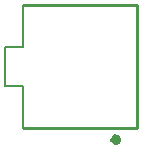
<source format=gbo>
G04*
G04 #@! TF.GenerationSoftware,Altium Limited,Altium Designer,22.1.2 (22)*
G04*
G04 Layer_Color=32896*
%FSLAX25Y25*%
%MOIN*%
G70*
G04*
G04 #@! TF.SameCoordinates,94212916-5215-4C0A-BD21-050921E15A7C*
G04*
G04*
G04 #@! TF.FilePolarity,Positive*
G04*
G01*
G75*
%ADD11C,0.01000*%
%ADD25C,0.02362*%
%ADD26C,0.00787*%
D11*
X195409Y80717D02*
X233409D01*
X195409Y121717D02*
X233409D01*
Y80717D02*
Y121717D01*
D25*
X227117Y76717D02*
G03*
X227117Y76717I-707J0D01*
G01*
D26*
X195409Y80717D02*
Y94717D01*
X189409D02*
X195409D01*
X189409D02*
Y107717D01*
X195409D01*
Y121717D01*
M02*

</source>
